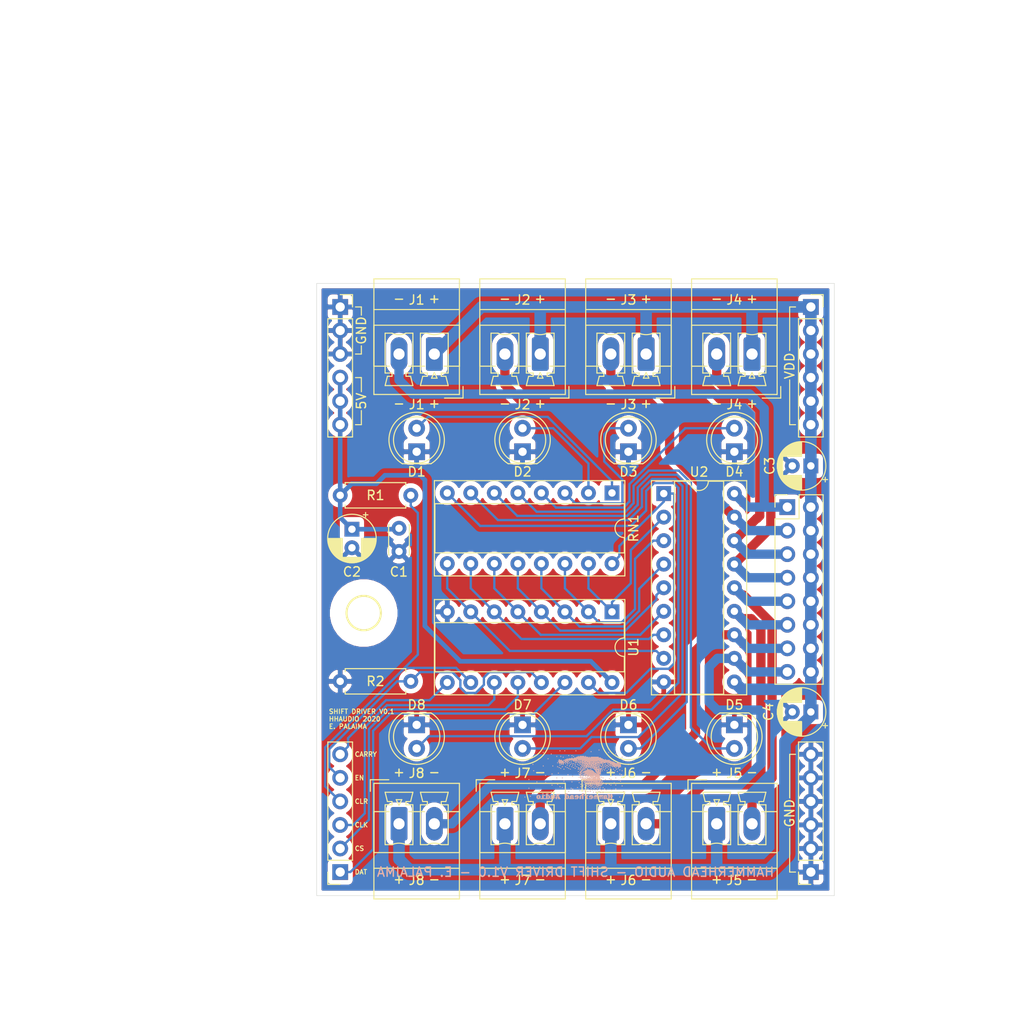
<source format=kicad_pcb>
(kicad_pcb (version 20171130) (host pcbnew "(5.1.2-1)-1")
  (layers (0 F.Cu signal) (31 B.Cu signal) (34 B.Paste user) (35 F.Paste user) (36 B.SilkS user) (37 F.SilkS user) (38 B.Mask user) (39 F.Mask user) (44 Edge.Cuts user))
  (net 0 "")
  (net 1 GND)
  (net 2 "Net-(D1-Pad2)")
  (net 3 "Net-(D2-Pad2)")
  (net 4 "Net-(D3-Pad2)")
  (net 5 "Net-(D4-Pad2)")
  (net 6 "Net-(D5-Pad2)")
  (net 7 "Net-(D6-Pad2)")
  (net 8 "Net-(D7-Pad2)")
  (net 9 "Net-(D8-Pad2)")
  (net 10 VDD)
  (net 11 +5V)
  (net 12 CLEAR)
  (net 13 ENABLE)
  (net 14 QH)
  (net 15 QG)
  (net 16 QF)
  (net 17 QE)
  (net 18 QD)
  (net 19 QC)
  (net 20 QB)
  (net 21 QA)
  (net 22 CARRY_OUT)
  (net 23 S_CLK)
  (net 24 CS)
  (net 25 S_DAT)
  (net 26 O1)
  (net 27 O2)
  (net 28 O3)
  (net 29 O4)
  (net 30 O5)
  (net 31 O6)
  (net 32 O7)
  (net 33 O8)
  (module HammerheadAudio:HHLOGO_11mm (layer B.Cu) (at 30.734 68.072 180)
    (fp_text reference HHLogo_11.5mm hide)
    (fp_text value Val** hide)
  )
  (module Connector_PinSocket_2.54mm:PinSocket_1x06_P2.54mm_Vertical (layer F.Cu) (at 50.8 81.28 180)
    (fp_text reference J12 hide)
    (fp_text value Conn_01x08_Male)
    (pad 6 thru_hole oval (at 0 12.7 180) (size 1.7 1.7) (drill 1) (layers *.Cu *.Mask) (net 1 GND))
    (pad 5 thru_hole oval (at 0 10.16 180) (size 1.7 1.7) (drill 1) (layers *.Cu *.Mask) (net 1 GND))
    (pad 4 thru_hole oval (at 0 7.62 180) (size 1.7 1.7) (drill 1) (layers *.Cu *.Mask) (net 1 GND))
    (pad 3 thru_hole oval (at 0 5.08 180) (size 1.7 1.7) (drill 1) (layers *.Cu *.Mask) (net 1 GND))
    (pad 2 thru_hole oval (at 0 2.54 180) (size 1.7 1.7) (drill 1) (layers *.Cu *.Mask) (net 1 GND))
    (pad 1 thru_hole rect (at 0 0 180) (size 1.7 1.7) (drill 1) (layers *.Cu *.Mask) (net 1 GND))
  )
  (module Connector_PinSocket_2.54mm:PinSocket_1x06_P2.54mm_Vertical (layer F.Cu) (at 0 81.28 180)
    (fp_text reference J10 hide)
    (fp_text value Conn_01x08_Male)
    (pad 6 thru_hole oval (at 0 12.7 180) (size 1.7 1.7) (drill 1) (layers *.Cu *.Mask) (net 22 CARRY_OUT))
    (pad 5 thru_hole oval (at 0 10.16 180) (size 1.7 1.7) (drill 1) (layers *.Cu *.Mask) (net 13 ENABLE))
    (pad 4 thru_hole oval (at 0 7.62 180) (size 1.7 1.7) (drill 1) (layers *.Cu *.Mask) (net 12 CLEAR))
    (pad 3 thru_hole oval (at 0 5.08 180) (size 1.7 1.7) (drill 1) (layers *.Cu *.Mask) (net 23 S_CLK))
    (pad 2 thru_hole oval (at 0 2.54 180) (size 1.7 1.7) (drill 1) (layers *.Cu *.Mask) (net 24 CS))
    (pad 1 thru_hole rect (at 0 0 180) (size 1.7 1.7) (drill 1) (layers *.Cu *.Mask) (net 25 S_DAT))
  )
  (module Connector_PinSocket_2.54mm:PinSocket_1x06_P2.54mm_Vertical (layer F.Cu) (at 0 20.32)
    (fp_text reference J13 hide)
    (fp_text value Conn_01x08_Male)
    (pad 6 thru_hole oval (at 0 12.7) (size 1.7 1.7) (drill 1) (layers *.Cu *.Mask) (net 11 +5V))
    (pad 5 thru_hole oval (at 0 10.16) (size 1.7 1.7) (drill 1) (layers *.Cu *.Mask) (net 11 +5V))
    (pad 4 thru_hole oval (at 0 7.62) (size 1.7 1.7) (drill 1) (layers *.Cu *.Mask) (net 11 +5V))
    (pad 3 thru_hole oval (at 0 5.08) (size 1.7 1.7) (drill 1) (layers *.Cu *.Mask) (net 1 GND))
    (pad 2 thru_hole oval (at 0 2.54) (size 1.7 1.7) (drill 1) (layers *.Cu *.Mask) (net 1 GND))
    (pad 1 thru_hole rect (at 0 0) (size 1.7 1.7) (drill 1) (layers *.Cu *.Mask) (net 1 GND))
  )
  (module Connector_PinSocket_2.54mm:PinSocket_1x06_P2.54mm_Vertical (layer F.Cu) (at 50.8 20.32)
    (fp_text reference J11 hide)
    (fp_text value Conn_01x08_Male)
    (pad 6 thru_hole oval (at 0 12.7) (size 1.7 1.7) (drill 1) (layers *.Cu *.Mask) (net 10 VDD))
    (pad 5 thru_hole oval (at 0 10.16) (size 1.7 1.7) (drill 1) (layers *.Cu *.Mask) (net 10 VDD))
    (pad 4 thru_hole oval (at 0 7.62) (size 1.7 1.7) (drill 1) (layers *.Cu *.Mask) (net 10 VDD))
    (pad 3 thru_hole oval (at 0 5.08) (size 1.7 1.7) (drill 1) (layers *.Cu *.Mask) (net 10 VDD))
    (pad 2 thru_hole oval (at 0 2.54) (size 1.7 1.7) (drill 1) (layers *.Cu *.Mask) (net 10 VDD))
    (pad 1 thru_hole rect (at 0 0) (size 1.7 1.7) (drill 1) (layers *.Cu *.Mask) (net 10 VDD))
  )
  (module HammerheadAudio:M3_MOUNT (layer F.Cu) (at 2.54 53.34)
    (fp_text reference H3 hide)
    (fp_text value M3/#4-40 hide)
    (pad "" np_thru_hole circle (at 0 0) (size 3.302 3.302) (drill 3.302) (layers *.Cu *.Mask) (clearance 2))
  )
  (module LED_THT:LED_D5.0mm (layer F.Cu) (at 8.255 35.941 90)
    (fp_text reference D1 (at -2.159 0 180) (layer F.SilkS))
    (fp_text value LED)
    (pad 2 thru_hole circle (at 2.54 0 90) (size 1.8 1.8) (drill 0.9) (layers *.Cu *.Mask) (net 2 "Net-(D1-Pad2)"))
    (pad 1 thru_hole rect (at 0 0 90) (size 1.8 1.8) (drill 0.9) (layers *.Cu *.Mask) (net 1 GND))
  )
  (module LED_THT:LED_D5.0mm (layer F.Cu) (at 19.685 35.941 90)
    (fp_text reference D2 (at -2.159 0 180) (layer F.SilkS))
    (fp_text value LED)
    (pad 1 thru_hole rect (at 0 0 90) (size 1.8 1.8) (drill 0.9) (layers *.Cu *.Mask) (net 1 GND))
    (pad 2 thru_hole circle (at 2.54 0 90) (size 1.8 1.8) (drill 0.9) (layers *.Cu *.Mask) (net 3 "Net-(D2-Pad2)"))
  )
  (module LED_THT:LED_D5.0mm (layer F.Cu) (at 31.115 35.941 90)
    (fp_text reference D3 (at -2.159 0 180) (layer F.SilkS))
    (fp_text value LED)
    (pad 2 thru_hole circle (at 2.54 0 90) (size 1.8 1.8) (drill 0.9) (layers *.Cu *.Mask) (net 4 "Net-(D3-Pad2)"))
    (pad 1 thru_hole rect (at 0 0 90) (size 1.8 1.8) (drill 0.9) (layers *.Cu *.Mask) (net 1 GND))
  )
  (module LED_THT:LED_D5.0mm (layer F.Cu) (at 42.545 35.941 90)
    (fp_text reference D4 (at -2.159 0 180) (layer F.SilkS))
    (fp_text value LED)
    (pad 1 thru_hole rect (at 0 0 90) (size 1.8 1.8) (drill 0.9) (layers *.Cu *.Mask) (net 1 GND))
    (pad 2 thru_hole circle (at 2.54 0 90) (size 1.8 1.8) (drill 0.9) (layers *.Cu *.Mask) (net 5 "Net-(D4-Pad2)"))
  )
  (module LED_THT:LED_D5.0mm (layer F.Cu) (at 42.545 65.405 270)
    (fp_text reference D5 (at -2.159 0 180) (layer F.SilkS))
    (fp_text value LED)
    (pad 1 thru_hole rect (at 0 0 270) (size 1.8 1.8) (drill 0.9) (layers *.Cu *.Mask) (net 1 GND))
    (pad 2 thru_hole circle (at 2.54 0 270) (size 1.8 1.8) (drill 0.9) (layers *.Cu *.Mask) (net 6 "Net-(D5-Pad2)"))
  )
  (module LED_THT:LED_D5.0mm (layer F.Cu) (at 31.115 65.405 270)
    (fp_text reference D6 (at -2.159 0 180) (layer F.SilkS))
    (fp_text value LED)
    (pad 2 thru_hole circle (at 2.54 0 270) (size 1.8 1.8) (drill 0.9) (layers *.Cu *.Mask) (net 7 "Net-(D6-Pad2)"))
    (pad 1 thru_hole rect (at 0 0 270) (size 1.8 1.8) (drill 0.9) (layers *.Cu *.Mask) (net 1 GND))
  )
  (module LED_THT:LED_D5.0mm (layer F.Cu) (at 19.685 65.405 270)
    (fp_text reference D7 (at -2.159 0 180) (layer F.SilkS))
    (fp_text value LED)
    (pad 1 thru_hole rect (at 0 0 270) (size 1.8 1.8) (drill 0.9) (layers *.Cu *.Mask) (net 1 GND))
    (pad 2 thru_hole circle (at 2.54 0 270) (size 1.8 1.8) (drill 0.9) (layers *.Cu *.Mask) (net 8 "Net-(D7-Pad2)"))
  )
  (module LED_THT:LED_D5.0mm (layer F.Cu) (at 8.255 65.405 270)
    (fp_text reference D8 (at -2.159 0 180) (layer F.SilkS))
    (fp_text value LED)
    (pad 2 thru_hole circle (at 2.54 0 270) (size 1.8 1.8) (drill 0.9) (layers *.Cu *.Mask) (net 9 "Net-(D8-Pad2)"))
    (pad 1 thru_hole rect (at 0 0 270) (size 1.8 1.8) (drill 0.9) (layers *.Cu *.Mask) (net 1 GND))
  )
  (module HammerheadAudio:Phoenix_Stacked (layer F.Cu) (at 10.16 25.4 180)
    (fp_text reference J1 (at 1.9 -5.45) (layer F.SilkS))
    (fp_text value CONN)
    (pad 1 thru_hole roundrect (at 0 0 180) (size 1.8 3.6) (drill 1.2) (layers *.Cu *.Mask) (roundrect_rratio 0.138889) (net 10 VDD))
    (pad 2 thru_hole oval (at 3.81 0 180) (size 1.8 3.6) (drill 1.2) (layers *.Cu *.Mask) (net 26 O1))
    (pad 2 thru_hole oval (at 3.81 0 180) (size 1.8 3.6) (drill 1.2) (layers *.Cu *.Mask) (net 26 O1))
    (pad 1 thru_hole roundrect (at 0 0 180) (size 1.8 3.6) (drill 1.2) (layers *.Cu *.Mask) (roundrect_rratio 0.138889) (net 10 VDD))
  )
  (module HammerheadAudio:Phoenix_Stacked (layer F.Cu) (at 21.59 25.4 180)
    (fp_text reference J2 (at 1.9 -5.45) (layer F.SilkS))
    (fp_text value CONN)
    (pad 1 thru_hole roundrect (at 0 0 180) (size 1.8 3.6) (drill 1.2) (layers *.Cu *.Mask) (roundrect_rratio 0.138889) (net 10 VDD))
    (pad 2 thru_hole oval (at 3.81 0 180) (size 1.8 3.6) (drill 1.2) (layers *.Cu *.Mask) (net 27 O2))
    (pad 2 thru_hole oval (at 3.81 0 180) (size 1.8 3.6) (drill 1.2) (layers *.Cu *.Mask) (net 27 O2))
    (pad 1 thru_hole roundrect (at 0 0 180) (size 1.8 3.6) (drill 1.2) (layers *.Cu *.Mask) (roundrect_rratio 0.138889) (net 10 VDD))
  )
  (module HammerheadAudio:Phoenix_Stacked (layer F.Cu) (at 33.02 25.4 180)
    (fp_text reference J3 (at 1.9 -5.45) (layer F.SilkS))
    (fp_text value CONN)
    (pad 1 thru_hole roundrect (at 0 0 180) (size 1.8 3.6) (drill 1.2) (layers *.Cu *.Mask) (roundrect_rratio 0.138889) (net 10 VDD))
    (pad 2 thru_hole oval (at 3.81 0 180) (size 1.8 3.6) (drill 1.2) (layers *.Cu *.Mask) (net 28 O3))
    (pad 2 thru_hole oval (at 3.81 0 180) (size 1.8 3.6) (drill 1.2) (layers *.Cu *.Mask) (net 28 O3))
    (pad 1 thru_hole roundrect (at 0 0 180) (size 1.8 3.6) (drill 1.2) (layers *.Cu *.Mask) (roundrect_rratio 0.138889) (net 10 VDD))
  )
  (module HammerheadAudio:Phoenix_Stacked (layer F.Cu) (at 44.45 25.4 180)
    (fp_text reference J4 (at 1.9 -5.45) (layer F.SilkS))
    (fp_text value CONN)
    (pad 1 thru_hole roundrect (at 0 0 180) (size 1.8 3.6) (drill 1.2) (layers *.Cu *.Mask) (roundrect_rratio 0.138889) (net 10 VDD))
    (pad 2 thru_hole oval (at 3.81 0 180) (size 1.8 3.6) (drill 1.2) (layers *.Cu *.Mask) (net 29 O4))
    (pad 2 thru_hole oval (at 3.81 0 180) (size 1.8 3.6) (drill 1.2) (layers *.Cu *.Mask) (net 29 O4))
    (pad 1 thru_hole roundrect (at 0 0 180) (size 1.8 3.6) (drill 1.2) (layers *.Cu *.Mask) (roundrect_rratio 0.138889) (net 10 VDD))
  )
  (module HammerheadAudio:Phoenix_Stacked (layer F.Cu) (at 40.64 76.073)
    (fp_text reference J5 (at 1.9 -5.45) (layer F.SilkS))
    (fp_text value CONN)
    (pad 1 thru_hole roundrect (at 0 0) (size 1.8 3.6) (drill 1.2) (layers *.Cu *.Mask) (roundrect_rratio 0.138889) (net 10 VDD))
    (pad 2 thru_hole oval (at 3.81 0) (size 1.8 3.6) (drill 1.2) (layers *.Cu *.Mask) (net 30 O5))
    (pad 2 thru_hole oval (at 3.81 0) (size 1.8 3.6) (drill 1.2) (layers *.Cu *.Mask) (net 30 O5))
    (pad 1 thru_hole roundrect (at 0 0) (size 1.8 3.6) (drill 1.2) (layers *.Cu *.Mask) (roundrect_rratio 0.138889) (net 10 VDD))
  )
  (module HammerheadAudio:Phoenix_Stacked (layer F.Cu) (at 29.21 76.073)
    (fp_text reference J6 (at 1.9 -5.45) (layer F.SilkS))
    (fp_text value CONN)
    (pad 1 thru_hole roundrect (at 0 0) (size 1.8 3.6) (drill 1.2) (layers *.Cu *.Mask) (roundrect_rratio 0.138889) (net 10 VDD))
    (pad 2 thru_hole oval (at 3.81 0) (size 1.8 3.6) (drill 1.2) (layers *.Cu *.Mask) (net 31 O6))
    (pad 2 thru_hole oval (at 3.81 0) (size 1.8 3.6) (drill 1.2) (layers *.Cu *.Mask) (net 31 O6))
    (pad 1 thru_hole roundrect (at 0 0) (size 1.8 3.6) (drill 1.2) (layers *.Cu *.Mask) (roundrect_rratio 0.138889) (net 10 VDD))
  )
  (module HammerheadAudio:Phoenix_Stacked (layer F.Cu) (at 17.78 76.073)
    (fp_text reference J7 (at 1.9 -5.45) (layer F.SilkS))
    (fp_text value CONN)
    (pad 1 thru_hole roundrect (at 0 0) (size 1.8 3.6) (drill 1.2) (layers *.Cu *.Mask) (roundrect_rratio 0.138889) (net 10 VDD))
    (pad 2 thru_hole oval (at 3.81 0) (size 1.8 3.6) (drill 1.2) (layers *.Cu *.Mask) (net 32 O7))
    (pad 2 thru_hole oval (at 3.81 0) (size 1.8 3.6) (drill 1.2) (layers *.Cu *.Mask) (net 32 O7))
    (pad 1 thru_hole roundrect (at 0 0) (size 1.8 3.6) (drill 1.2) (layers *.Cu *.Mask) (roundrect_rratio 0.138889) (net 10 VDD))
  )
  (module HammerheadAudio:Phoenix_Stacked (layer F.Cu) (at 6.35 76.073)
    (fp_text reference J8 (at 1.9 -5.45) (layer F.SilkS))
    (fp_text value CONN)
    (pad 1 thru_hole roundrect (at 0 0) (size 1.8 3.6) (drill 1.2) (layers *.Cu *.Mask) (roundrect_rratio 0.138889) (net 10 VDD))
    (pad 2 thru_hole oval (at 3.81 0) (size 1.8 3.6) (drill 1.2) (layers *.Cu *.Mask) (net 33 O8))
    (pad 2 thru_hole oval (at 3.81 0) (size 1.8 3.6) (drill 1.2) (layers *.Cu *.Mask) (net 33 O8))
    (pad 1 thru_hole roundrect (at 0 0) (size 1.8 3.6) (drill 1.2) (layers *.Cu *.Mask) (roundrect_rratio 0.138889) (net 10 VDD))
  )
  (module HammerheadAudio:R_THT_P7.62 (layer F.Cu) (at 0 40.64)
    (fp_text reference R1 (at 3.81 0) (layer F.SilkS))
    (fp_text value 100k)
    (pad 1 thru_hole circle (at 0 0) (size 1.6 1.6) (drill 0.8) (layers *.Cu *.Mask) (net 11 +5V))
    (pad 2 thru_hole oval (at 7.62 0) (size 1.6 1.6) (drill 0.8) (layers *.Cu *.Mask) (net 12 CLEAR))
  )
  (module HammerheadAudio:R_THT_P7.62 (layer F.Cu) (at 7.62 60.706 180)
    (fp_text reference R2 (at 3.81 0) (layer F.SilkS))
    (fp_text value 100k)
    (pad 2 thru_hole oval (at 7.62 0 180) (size 1.6 1.6) (drill 0.8) (layers *.Cu *.Mask) (net 1 GND))
    (pad 1 thru_hole circle (at 0 0 180) (size 1.6 1.6) (drill 0.8) (layers *.Cu *.Mask) (net 13 ENABLE))
  )
  (module Package_DIP:DIP-16_W7.62mm_Socket (layer F.Cu) (at 29.337 40.386 270)
    (fp_text reference RN1 (at 3.81 -2.33 90) (layer F.SilkS))
    (fp_text value R_Pack08)
    (pad 1 thru_hole rect (at 0 0 270) (size 1.6 1.6) (drill 0.8) (layers *.Cu *.Mask) (net 2 "Net-(D1-Pad2)"))
    (pad 9 thru_hole oval (at 7.62 17.78 270) (size 1.6 1.6) (drill 0.8) (layers *.Cu *.Mask) (net 14 QH))
    (pad 2 thru_hole oval (at 0 2.54 270) (size 1.6 1.6) (drill 0.8) (layers *.Cu *.Mask) (net 3 "Net-(D2-Pad2)"))
    (pad 10 thru_hole oval (at 7.62 15.24 270) (size 1.6 1.6) (drill 0.8) (layers *.Cu *.Mask) (net 15 QG))
    (pad 3 thru_hole oval (at 0 5.08 270) (size 1.6 1.6) (drill 0.8) (layers *.Cu *.Mask) (net 4 "Net-(D3-Pad2)"))
    (pad 11 thru_hole oval (at 7.62 12.7 270) (size 1.6 1.6) (drill 0.8) (layers *.Cu *.Mask) (net 16 QF))
    (pad 4 thru_hole oval (at 0 7.62 270) (size 1.6 1.6) (drill 0.8) (layers *.Cu *.Mask) (net 5 "Net-(D4-Pad2)"))
    (pad 12 thru_hole oval (at 7.62 10.16 270) (size 1.6 1.6) (drill 0.8) (layers *.Cu *.Mask) (net 17 QE))
    (pad 5 thru_hole oval (at 0 10.16 270) (size 1.6 1.6) (drill 0.8) (layers *.Cu *.Mask) (net 6 "Net-(D5-Pad2)"))
    (pad 13 thru_hole oval (at 7.62 7.62 270) (size 1.6 1.6) (drill 0.8) (layers *.Cu *.Mask) (net 18 QD))
    (pad 6 thru_hole oval (at 0 12.7 270) (size 1.6 1.6) (drill 0.8) (layers *.Cu *.Mask) (net 7 "Net-(D6-Pad2)"))
    (pad 14 thru_hole oval (at 7.62 5.08 270) (size 1.6 1.6) (drill 0.8) (layers *.Cu *.Mask) (net 19 QC))
    (pad 7 thru_hole oval (at 0 15.24 270) (size 1.6 1.6) (drill 0.8) (layers *.Cu *.Mask) (net 8 "Net-(D7-Pad2)"))
    (pad 15 thru_hole oval (at 7.62 2.54 270) (size 1.6 1.6) (drill 0.8) (layers *.Cu *.Mask) (net 20 QB))
    (pad 8 thru_hole oval (at 0 17.78 270) (size 1.6 1.6) (drill 0.8) (layers *.Cu *.Mask) (net 9 "Net-(D8-Pad2)"))
    (pad 16 thru_hole oval (at 7.62 0 270) (size 1.6 1.6) (drill 0.8) (layers *.Cu *.Mask) (net 21 QA))
  )
  (module Package_DIP:DIP-16_W7.62mm_Socket (layer F.Cu) (at 29.337 53.213 270)
    (fp_text reference U1 (at 3.81 -2.33 90) (layer F.SilkS))
    (fp_text value 74HC595)
    (pad 16 thru_hole oval (at 7.62 0 270) (size 1.6 1.6) (drill 0.8) (layers *.Cu *.Mask) (net 11 +5V))
    (pad 8 thru_hole oval (at 0 17.78 270) (size 1.6 1.6) (drill 0.8) (layers *.Cu *.Mask) (net 1 GND))
    (pad 15 thru_hole oval (at 7.62 2.54 270) (size 1.6 1.6) (drill 0.8) (layers *.Cu *.Mask) (net 21 QA))
    (pad 7 thru_hole oval (at 0 15.24 270) (size 1.6 1.6) (drill 0.8) (layers *.Cu *.Mask) (net 14 QH))
    (pad 14 thru_hole oval (at 7.62 5.08 270) (size 1.6 1.6) (drill 0.8) (layers *.Cu *.Mask) (net 25 S_DAT))
    (pad 6 thru_hole oval (at 0 12.7 270) (size 1.6 1.6) (drill 0.8) (layers *.Cu *.Mask) (net 15 QG))
    (pad 13 thru_hole oval (at 7.62 7.62 270) (size 1.6 1.6) (drill 0.8) (layers *.Cu *.Mask) (net 13 ENABLE))
    (pad 5 thru_hole oval (at 0 10.16 270) (size 1.6 1.6) (drill 0.8) (layers *.Cu *.Mask) (net 16 QF))
    (pad 12 thru_hole oval (at 7.62 10.16 270) (size 1.6 1.6) (drill 0.8) (layers *.Cu *.Mask) (net 24 CS))
    (pad 4 thru_hole oval (at 0 7.62 270) (size 1.6 1.6) (drill 0.8) (layers *.Cu *.Mask) (net 17 QE))
    (pad 11 thru_hole oval (at 7.62 12.7 270) (size 1.6 1.6) (drill 0.8) (layers *.Cu *.Mask) (net 23 S_CLK))
    (pad 3 thru_hole oval (at 0 5.08 270) (size 1.6 1.6) (drill 0.8) (layers *.Cu *.Mask) (net 18 QD))
    (pad 10 thru_hole oval (at 7.62 15.24 270) (size 1.6 1.6) (drill 0.8) (layers *.Cu *.Mask) (net 12 CLEAR))
    (pad 2 thru_hole oval (at 0 2.54 270) (size 1.6 1.6) (drill 0.8) (layers *.Cu *.Mask) (net 19 QC))
    (pad 9 thru_hole oval (at 7.62 17.78 270) (size 1.6 1.6) (drill 0.8) (layers *.Cu *.Mask) (net 22 CARRY_OUT))
    (pad 1 thru_hole rect (at 0 0 270) (size 1.6 1.6) (drill 0.8) (layers *.Cu *.Mask) (net 20 QB))
  )
  (module Package_DIP:DIP-18_W7.62mm_Socket (layer F.Cu) (at 34.925 40.4495)
    (fp_text reference U2 (at 3.81 -2.33) (layer F.SilkS))
    (fp_text value ULN2803A)
    (pad 1 thru_hole rect (at 0 0) (size 1.6 1.6) (drill 0.8) (layers *.Cu *.Mask) (net 21 QA))
    (pad 10 thru_hole oval (at 7.62 20.32) (size 1.6 1.6) (drill 0.8) (layers *.Cu *.Mask) (net 10 VDD))
    (pad 2 thru_hole oval (at 0 2.54) (size 1.6 1.6) (drill 0.8) (layers *.Cu *.Mask) (net 20 QB))
    (pad 11 thru_hole oval (at 7.62 17.78) (size 1.6 1.6) (drill 0.8) (layers *.Cu *.Mask) (net 33 O8))
    (pad 3 thru_hole oval (at 0 5.08) (size 1.6 1.6) (drill 0.8) (layers *.Cu *.Mask) (net 19 QC))
    (pad 12 thru_hole oval (at 7.62 15.24) (size 1.6 1.6) (drill 0.8) (layers *.Cu *.Mask) (net 32 O7))
    (pad 4 thru_hole oval (at 0 7.62) (size 1.6 1.6) (drill 0.8) (layers *.Cu *.Mask) (net 18 QD))
    (pad 13 thru_hole oval (at 7.62 12.7) (size 1.6 1.6) (drill 0.8) (layers *.Cu *.Mask) (net 31 O6))
    (pad 5 thru_hole oval (at 0 10.16) (size 1.6 1.6) (drill 0.8) (layers *.Cu *.Mask) (net 17 QE))
    (pad 14 thru_hole oval (at 7.62 10.16) (size 1.6 1.6) (drill 0.8) (layers *.Cu *.Mask) (net 30 O5))
    (pad 6 thru_hole oval (at 0 12.7) (size 1.6 1.6) (drill 0.8) (layers *.Cu *.Mask) (net 16 QF))
    (pad 15 thru_hole oval (at 7.62 7.62) (size 1.6 1.6) (drill 0.8) (layers *.Cu *.Mask) (net 29 O4))
    (pad 7 thru_hole oval (at 0 15.24) (size 1.6 1.6) (drill 0.8) (layers *.Cu *.Mask) (net 15 QG))
    (pad 16 thru_hole oval (at 7.62 5.08) (size 1.6 1.6) (drill 0.8) (layers *.Cu *.Mask) (net 28 O3))
    (pad 8 thru_hole oval (at 0 17.78) (size 1.6 1.6) (drill 0.8) (layers *.Cu *.Mask) (net 14 QH))
    (pad 17 thru_hole oval (at 7.62 2.54) (size 1.6 1.6) (drill 0.8) (layers *.Cu *.Mask) (net 27 O2))
    (pad 9 thru_hole oval (at 0 20.32) (size 1.6 1.6) (drill 0.8) (layers *.Cu *.Mask) (net 1 GND))
    (pad 18 thru_hole oval (at 7.62 0) (size 1.6 1.6) (drill 0.8) (layers *.Cu *.Mask) (net 26 O1))
  )
  (module Connector_PinHeader_2.54mm:PinHeader_2x08_P2.54mm_Vertical (layer F.Cu) (at 48.26 41.91)
    (fp_text reference J9 hide)
    (fp_text value Conn_01x16_Male)
    (pad 1 thru_hole rect (at 0 0) (size 1.7 1.7) (drill 1) (layers *.Cu *.Mask) (net 26 O1))
    (pad 2 thru_hole oval (at 2.54 0) (size 1.7 1.7) (drill 1) (layers *.Cu *.Mask) (net 10 VDD))
    (pad 3 thru_hole oval (at 0 2.54) (size 1.7 1.7) (drill 1) (layers *.Cu *.Mask) (net 27 O2))
    (pad 4 thru_hole oval (at 2.54 2.54) (size 1.7 1.7) (drill 1) (layers *.Cu *.Mask) (net 10 VDD))
    (pad 5 thru_hole oval (at 0 5.08) (size 1.7 1.7) (drill 1) (layers *.Cu *.Mask) (net 28 O3))
    (pad 6 thru_hole oval (at 2.54 5.08) (size 1.7 1.7) (drill 1) (layers *.Cu *.Mask) (net 10 VDD))
    (pad 7 thru_hole oval (at 0 7.62) (size 1.7 1.7) (drill 1) (layers *.Cu *.Mask) (net 29 O4))
    (pad 8 thru_hole oval (at 2.54 7.62) (size 1.7 1.7) (drill 1) (layers *.Cu *.Mask) (net 10 VDD))
    (pad 9 thru_hole oval (at 0 10.16) (size 1.7 1.7) (drill 1) (layers *.Cu *.Mask) (net 30 O5))
    (pad 10 thru_hole oval (at 2.54 10.16) (size 1.7 1.7) (drill 1) (layers *.Cu *.Mask) (net 10 VDD))
    (pad 11 thru_hole oval (at 0 12.7) (size 1.7 1.7) (drill 1) (layers *.Cu *.Mask) (net 31 O6))
    (pad 12 thru_hole oval (at 2.54 12.7) (size 1.7 1.7) (drill 1) (layers *.Cu *.Mask) (net 10 VDD))
    (pad 13 thru_hole oval (at 0 15.24) (size 1.7 1.7) (drill 1) (layers *.Cu *.Mask) (net 32 O7))
    (pad 14 thru_hole oval (at 2.54 15.24) (size 1.7 1.7) (drill 1) (layers *.Cu *.Mask) (net 10 VDD))
    (pad 15 thru_hole oval (at 0 17.78) (size 1.7 1.7) (drill 1) (layers *.Cu *.Mask) (net 33 O8))
    (pad 16 thru_hole oval (at 2.54 17.78) (size 1.7 1.7) (drill 1) (layers *.Cu *.Mask) (net 10 VDD))
  )
  (module Capacitor_THT:C_Disc_D3.0mm_W2.0mm_P2.50mm (layer F.Cu) (at 6.35 44.196 270)
    (fp_text reference C1 (at 4.699 0.02 180) (layer F.SilkS))
    (fp_text value 0.1uf)
    (pad 1 thru_hole circle (at 0 0 270) (size 1.6 1.6) (drill 0.8) (layers *.Cu *.Mask) (net 11 +5V))
    (pad 2 thru_hole circle (at 2.5 0 270) (size 1.6 1.6) (drill 0.8) (layers *.Cu *.Mask) (net 1 GND))
  )
  (module Capacitor_THT:CP_Radial_D5.0mm_P2.00mm (layer F.Cu) (at 1.27 44.29779 270)
    (fp_text reference C2 (at 4.59721 0 180) (layer F.SilkS))
    (fp_text value 10uf)
    (pad 1 thru_hole rect (at 0 0 270) (size 1.6 1.6) (drill 0.8) (layers *.Cu *.Mask) (net 11 +5V))
    (pad 2 thru_hole circle (at 2 0 270) (size 1.6 1.6) (drill 0.8) (layers *.Cu *.Mask) (net 1 GND))
  )
  (module Capacitor_THT:CP_Radial_D5.0mm_P2.00mm (layer F.Cu) (at 50.8 37.465 180)
    (fp_text reference C3 (at 4.445 0 90) (layer F.SilkS))
    (fp_text value 10uf)
    (pad 1 thru_hole rect (at 0 0 180) (size 1.6 1.6) (drill 0.8) (layers *.Cu *.Mask) (net 10 VDD))
    (pad 2 thru_hole circle (at 2 0 180) (size 1.6 1.6) (drill 0.8) (layers *.Cu *.Mask) (net 1 GND))
  )
  (module Capacitor_THT:CP_Radial_D5.0mm_P2.00mm (layer F.Cu) (at 50.8 64.008 180)
    (fp_text reference C4 (at 4.572 0 90) (layer F.SilkS))
    (fp_text value 10uf)
    (pad 2 thru_hole circle (at 2 0 180) (size 1.6 1.6) (drill 0.8) (layers *.Cu *.Mask) (net 1 GND))
    (pad 1 thru_hole rect (at 0 0 180) (size 1.6 1.6) (drill 0.8) (layers *.Cu *.Mask) (net 10 VDD))
  )
  (gr_text "HAMMERHEAD AUDIO - SHIFT DRIVER V1.0 - E. PALAIMA" (at 25.4 81.28) (layer B.SilkS) (effects (font (size 1 1)) (justify mirror)))
  (gr_text "SHIFT DRIVER V0.1\nHHAUDIO 2020\nE. PALAIMA\n" (at -1.27 64.77) (layer F.SilkS) (effects (font (size 0.5 0.5) (thickness 0.1)) (justify left)))
  (gr_line (start 48.514 73.279) (end 48.514 68.58) (layer F.SilkS) (width 0.12))
  (gr_line (start 48.514 76.581) (end 48.514 81.28) (layer F.SilkS) (width 0.12))
  (gr_line (start 48.514 68.58) (end 49.149 68.58) (layer F.SilkS) (width 0.12))
  (gr_line (start 48.514 81.28) (end 49.149 81.28) (layer F.SilkS) (width 0.12))
  (gr_line (start 48.514 33.02) (end 49.149 33.02) (layer F.SilkS) (width 0.12))
  (gr_line (start 48.514 28.194) (end 48.514 33.02) (layer F.SilkS) (width 0.12))
  (gr_line (start 48.514 20.32) (end 49.149 20.32) (layer F.SilkS) (width 0.12))
  (gr_line (start 48.514 25.019) (end 48.514 20.32) (layer F.SilkS) (width 0.12))
  (gr_line (start 2.286 20.32) (end 2.286 21.209) (layer F.SilkS) (width 0.12))
  (gr_line (start 1.651 20.32) (end 2.286 20.32) (layer F.SilkS) (width 0.12))
  (gr_line (start 2.286 25.4) (end 2.286 24.511) (layer F.SilkS) (width 0.12))
  (gr_line (start 1.651 25.4) (end 2.286 25.4) (layer F.SilkS) (width 0.12))
  (gr_line (start 2.286 27.94) (end 2.286 29.464) (layer F.SilkS) (width 0.12))
  (gr_line (start 2.159 27.94) (end 2.286 27.94) (layer F.SilkS) (width 0.12))
  (gr_line (start 1.651 27.94) (end 2.159 27.94) (layer F.SilkS) (width 0.12))
  (gr_line (start 2.286 33.02) (end 2.286 31.496) (layer F.SilkS) (width 0.12))
  (gr_line (start 1.651 33.02) (end 2.286 33.02) (layer F.SilkS) (width 0.12))
  (gr_text J4 (at 42.545 19.558) (layer F.SilkS) (effects (font (size 1 1))))
  (gr_text J3 (at 31.115 19.558) (layer F.SilkS) (effects (font (size 1 1))))
  (gr_text J2 (at 19.685 19.558) (layer F.SilkS) (effects (font (size 1 1))))
  (gr_text J1 (at 8.255 19.558) (layer F.SilkS) (effects (font (size 1 1))))
  (gr_text J5 (at 42.545 82.169) (layer F.SilkS) (effects (font (size 1 1))))
  (gr_text J6 (at 31.115 82.169) (layer F.SilkS) (effects (font (size 1 1))))
  (gr_text J7 (at 19.685 82.169) (layer F.SilkS) (effects (font (size 1 1))))
  (gr_text J8 (at 8.255 82.169) (layer F.SilkS) (effects (font (size 1 1))))
  (gr_text - (at 44.45 82.042) (layer F.SilkS) (effects (font (size 1 1))))
  (gr_text - (at 10.16 82.042) (layer F.SilkS) (effects (font (size 1 1))))
  (gr_text - (at 33.02 82.042) (layer F.SilkS) (effects (font (size 1 1))))
  (gr_text - (at 21.59 82.042) (layer F.SilkS) (effects (font (size 1 1))))
  (gr_text + (at 17.78 82.042) (layer F.SilkS) (effects (font (size 1 1))))
  (gr_text + (at 40.64 82.042) (layer F.SilkS) (effects (font (size 1 1))))
  (gr_text + (at 29.21 82.042) (layer F.SilkS) (effects (font (size 1 1))))
  (gr_text + (at 6.35 82.042) (layer F.SilkS) (effects (font (size 1 1))))
  (gr_text - (at 29.21 19.558 180) (layer F.SilkS) (effects (font (size 1 1))))
  (gr_text - (at 6.35 19.558 180) (layer F.SilkS) (effects (font (size 1 1))))
  (gr_text + (at 10.16 19.558 180) (layer F.SilkS) (effects (font (size 1 1))))
  (gr_text + (at 44.45 19.558 180) (layer F.SilkS) (effects (font (size 1 1))))
  (gr_text + (at 21.59 19.558 180) (layer F.SilkS) (effects (font (size 1 1))))
  (gr_text - (at 17.78 19.558 180) (layer F.SilkS) (effects (font (size 1 1))))
  (gr_text - (at 40.64 19.558 180) (layer F.SilkS) (effects (font (size 1 1))))
  (gr_text + (at 33.02 19.558 180) (layer F.SilkS) (effects (font (size 1 1))))
  (gr_line (start 53.34 17.78) (end -2.54 17.78) (layer Edge.Cuts) (width 0.05))
  (gr_line (start 53.34 83.82) (end 53.34 17.78) (layer Edge.Cuts) (width 0.05))
  (gr_line (start -2.54 83.82) (end 53.34 83.82) (layer Edge.Cuts) (width 0.05))
  (gr_line (start -2.54 17.78) (end -2.54 83.82) (layer Edge.Cuts) (width 0.05))
  (gr_text - (at 29.21 30.861 180) (layer F.SilkS) (effects (font (size 1 1))))
  (gr_text - (at 40.64 30.861 180) (layer F.SilkS) (effects (font (size 1 1))))
  (gr_text + (at 33.02 30.861 180) (layer F.SilkS) (effects (font (size 1 1))))
  (gr_text - (at 17.78 30.861 180) (layer F.SilkS) (effects (font (size 1 1))))
  (gr_text + (at 21.59 30.861 180) (layer F.SilkS) (effects (font (size 1 1))))
  (gr_text + (at 10.16 30.861 180) (layer F.SilkS) (effects (font (size 1 1))))
  (gr_text - (at 6.35 30.861 180) (layer F.SilkS) (effects (font (size 1 1))))
  (gr_text + (at 44.45 30.861 180) (layer F.SilkS) (effects (font (size 1 1))))
  (gr_text - (at 44.45 70.485) (layer F.SilkS) (effects (font (size 1 1))))
  (gr_text - (at 33.02 70.485) (layer F.SilkS) (effects (font (size 1 1))))
  (gr_text + (at 40.64 70.485) (layer F.SilkS) (effects (font (size 1 1))))
  (gr_text + (at 29.21 70.485) (layer F.SilkS) (effects (font (size 1 1))))
  (gr_text - (at 21.59 70.485) (layer F.SilkS) (effects (font (size 1 1))))
  (gr_text + (at 17.78 70.485) (layer F.SilkS) (effects (font (size 1 1))))
  (gr_text - (at 10.16 70.485) (layer F.SilkS) (effects (font (size 1 1))))
  (gr_text + (at 6.35 70.485) (layer F.SilkS) (effects (font (size 1 1))))
  (gr_text GND (at 2.286 22.86 90) (layer F.SilkS) (effects (font (size 1 1))))
  (gr_text 5V (at 2.286 30.48 90) (layer F.SilkS) (effects (font (size 1 1))))
  (gr_text VDD (at 48.514 26.67 90) (layer F.SilkS) (effects (font (size 1 1))))
  (gr_text GND (at 48.514 74.93 90) (layer F.SilkS) (effects (font (size 1 1))))
  (gr_text CARRY (at 1.524 68.58) (layer F.SilkS) (effects (font (size 0.5 0.5) (thickness 0.1)) (justify left)))
  (gr_text EN (at 1.524 71.12) (layer F.SilkS) (effects (font (size 0.5 0.5) (thickness 0.1)) (justify left)))
  (gr_text CLR (at 1.524 73.66) (layer F.SilkS) (effects (font (size 0.5 0.5) (thickness 0.1)) (justify left)))
  (gr_text CLK (at 1.524 76.2) (layer F.SilkS) (effects (font (size 0.5 0.5) (thickness 0.1)) (justify left)))
  (gr_text CS (at 1.524 78.74) (layer F.SilkS) (effects (font (size 0.5 0.5) (thickness 0.1)) (justify left)))
  (gr_text DAT (at 1.524 81.28) (layer F.SilkS) (effects (font (size 0.5 0.5) (thickness 0.1)) (justify left)))
  (segment (start 22.398409 32.175999) (end 9.480001 32.175999) (width 0.25) (layer B.Cu) (net 2))
  (segment (start 9.154999 32.501001) (end 8.255 33.401) (width 0.25) (layer B.Cu) (net 2))
  (segment (start 9.480001 32.175999) (end 9.154999 32.501001) (width 0.25) (layer B.Cu) (net 2))
  (segment (start 29.337 39.11459) (end 22.398409 32.175999) (width 0.25) (layer B.Cu) (net 2))
  (segment (start 29.337 40.386) (end 29.337 39.11459) (width 0.25) (layer B.Cu) (net 2))
  (segment (start 19.685 33.401) (end 22.987 33.401) (width 0.25) (layer B.Cu) (net 3))
  (segment (start 26.797 37.211) (end 26.797 40.386) (width 0.25) (layer B.Cu) (net 3))
  (segment (start 22.987 33.401) (end 26.797 37.211) (width 0.25) (layer B.Cu) (net 3))
  (segment (start 28.4988 36.9824) (end 28.4988 34.036) (width 0.25) (layer B.Cu) (net 4))
  (segment (start 29.1338 33.401) (end 31.115 33.401) (width 0.25) (layer B.Cu) (net 4))
  (segment (start 28.4988 34.036) (end 29.1338 33.401) (width 0.25) (layer B.Cu) (net 4))
  (segment (start 30.397001 41.511001) (end 30.462001 41.446001) (width 0.25) (layer B.Cu) (net 4))
  (segment (start 30.462001 41.446001) (end 30.462001 38.945601) (width 0.25) (layer B.Cu) (net 4))
  (segment (start 25.382001 41.511001) (end 30.397001 41.511001) (width 0.25) (layer B.Cu) (net 4))
  (segment (start 30.462001 38.945601) (end 28.4988 36.9824) (width 0.25) (layer B.Cu) (net 4))
  (segment (start 24.257 40.386) (end 25.382001 41.511001) (width 0.25) (layer B.Cu) (net 4))
  (segment (start 41.272208 33.401) (end 42.545 33.401) (width 0.25) (layer B.Cu) (net 5))
  (segment (start 37.24286 33.401) (end 41.272208 33.401) (width 0.25) (layer B.Cu) (net 5))
  (segment (start 31.219966 39.423894) (end 37.24286 33.401) (width 0.25) (layer B.Cu) (net 5))
  (segment (start 30.583402 41.96101) (end 30.912011 41.632401) (width 0.25) (layer B.Cu) (net 5))
  (segment (start 30.912011 41.632401) (end 30.912011 41.602169) (width 0.25) (layer B.Cu) (net 5))
  (segment (start 23.292011 41.961011) (end 30.583402 41.96101) (width 0.25) (layer B.Cu) (net 5))
  (segment (start 31.219963 41.294217) (end 31.219966 39.423894) (width 0.25) (layer B.Cu) (net 5))
  (segment (start 30.912011 41.602169) (end 31.219963 41.294217) (width 0.25) (layer B.Cu) (net 5))
  (segment (start 21.717 40.386) (end 23.292011 41.961011) (width 0.25) (layer B.Cu) (net 5))
  (segment (start 21.20202 42.41102) (end 19.177 40.386) (width 0.25) (layer B.Cu) (net 6))
  (segment (start 31.669972 41.480618) (end 31.362022 41.788568) (width 0.25) (layer B.Cu) (net 6))
  (segment (start 31.362021 41.818801) (end 30.769803 42.411019) (width 0.25) (layer B.Cu) (net 6))
  (segment (start 30.769803 42.411019) (end 21.20202 42.41102) (width 0.25) (layer B.Cu) (net 6))
  (segment (start 31.362022 41.788568) (end 31.362021 41.818801) (width 0.25) (layer B.Cu) (net 6))
  (segment (start 31.669974 39.610295) (end 31.669972 41.480618) (width 0.25) (layer B.Cu) (net 6))
  (segment (start 33.305801 37.974471) (end 31.669974 39.610295) (width 0.25) (layer B.Cu) (net 6))
  (segment (start 37.850041 65.680359) (end 37.850041 39.280309) (width 0.25) (layer B.Cu) (net 6))
  (segment (start 36.544204 37.974472) (end 33.305801 37.974471) (width 0.25) (layer B.Cu) (net 6))
  (segment (start 37.850041 39.280309) (end 36.544204 37.974472) (width 0.25) (layer B.Cu) (net 6))
  (segment (start 40.114682 67.945) (end 37.850041 65.680359) (width 0.25) (layer B.Cu) (net 6))
  (segment (start 42.545 67.945) (end 40.114682 67.945) (width 0.25) (layer B.Cu) (net 6))
  (segment (start 19.112029 42.861029) (end 30.956204 42.861028) (width 0.25) (layer B.Cu) (net 7))
  (segment (start 30.956204 42.861028) (end 31.812031 42.005201) (width 0.25) (layer B.Cu) (net 7))
  (segment (start 16.637 40.386) (end 19.112029 42.861029) (width 0.25) (layer B.Cu) (net 7))
  (segment (start 31.812031 41.974969) (end 32.119981 41.667019) (width 0.25) (layer B.Cu) (net 7))
  (segment (start 31.812031 42.005201) (end 31.812031 41.974969) (width 0.25) (layer B.Cu) (net 7))
  (segment (start 36.357803 38.424481) (end 37.400031 39.466709) (width 0.25) (layer B.Cu) (net 7))
  (segment (start 33.4922 38.42448) (end 36.357803 38.424481) (width 0.25) (layer B.Cu) (net 7))
  (segment (start 32.119982 39.796696) (end 33.4922 38.42448) (width 0.25) (layer B.Cu) (net 7))
  (segment (start 32.119981 41.667019) (end 32.119982 39.796696) (width 0.25) (layer B.Cu) (net 7))
  (segment (start 32.387792 67.945) (end 31.115 67.945) (width 0.25) (layer B.Cu) (net 7))
  (segment (start 37.400031 62.932761) (end 32.387792 67.945) (width 0.25) (layer B.Cu) (net 7))
  (segment (start 37.400031 39.466709) (end 37.400031 62.932761) (width 0.25) (layer B.Cu) (net 7))
  (segment (start 20.957792 67.945) (end 19.685 67.945) (width 0.25) (layer B.Cu) (net 8))
  (segment (start 31.142605 43.311037) (end 32.56999 41.883652) (width 0.25) (layer B.Cu) (net 8))
  (segment (start 27.134411 66.719999) (end 25.90941 67.945) (width 0.25) (layer B.Cu) (net 8))
  (segment (start 36.950021 61.954981) (end 32.185003 66.719999) (width 0.25) (layer B.Cu) (net 8))
  (segment (start 33.678599 38.874489) (end 36.171402 38.87449) (width 0.25) (layer B.Cu) (net 8))
  (segment (start 36.950021 39.653109) (end 36.950021 61.954981) (width 0.25) (layer B.Cu) (net 8))
  (segment (start 32.56999 41.883652) (end 32.569991 39.983097) (width 0.25) (layer B.Cu) (net 8))
  (segment (start 36.171402 38.87449) (end 36.950021 39.653109) (width 0.25) (layer B.Cu) (net 8))
  (segment (start 25.90941 67.945) (end 20.957792 67.945) (width 0.25) (layer B.Cu) (net 8))
  (segment (start 32.569991 39.983097) (end 33.678599 38.874489) (width 0.25) (layer B.Cu) (net 8))
  (segment (start 17.022037 43.311037) (end 31.142605 43.311037) (width 0.25) (layer B.Cu) (net 8))
  (segment (start 32.185003 66.719999) (end 27.134411 66.719999) (width 0.25) (layer B.Cu) (net 8))
  (segment (start 14.097 40.386) (end 17.022037 43.311037) (width 0.25) (layer B.Cu) (net 8))
  (segment (start 11.557 40.386) (end 15.113 43.942) (width 0.25) (layer B.Cu) (net 9))
  (segment (start 15.113 43.942) (end 31.369 43.942) (width 0.25) (layer B.Cu) (net 9))
  (segment (start 31.369 43.942) (end 33.02 42.291) (width 0.25) (layer B.Cu) (net 9))
  (segment (start 36.500011 60.859491) (end 33.601461 63.758041) (width 0.25) (layer B.Cu) (net 9))
  (segment (start 36.500011 39.839509) (end 36.500011 60.859491) (width 0.25) (layer B.Cu) (net 9))
  (segment (start 33.864999 39.324499) (end 35.985001 39.324499) (width 0.25) (layer B.Cu) (net 9))
  (segment (start 33.02 40.169498) (end 33.864999 39.324499) (width 0.25) (layer B.Cu) (net 9))
  (segment (start 35.985001 39.324499) (end 36.500011 39.839509) (width 0.25) (layer B.Cu) (net 9))
  (segment (start 33.02 42.291) (end 33.02 40.169498) (width 0.25) (layer B.Cu) (net 9))
  (segment (start 9.569999 66.630001) (end 26.587999 66.630001) (width 0.25) (layer B.Cu) (net 9))
  (segment (start 8.255 67.945) (end 9.569999 66.630001) (width 0.25) (layer B.Cu) (net 9))
  (segment (start 29.459959 63.758041) (end 33.601461 63.758041) (width 0.25) (layer B.Cu) (net 9))
  (segment (start 26.587999 66.630001) (end 29.459959 63.758041) (width 0.25) (layer B.Cu) (net 9))
  (segment (start 10.16 25.4) (end 15.24 20.32) (width 1.25) (layer B.Cu) (net 10))
  (segment (start 21.59 20.574) (end 21.844 20.32) (width 1.25) (layer B.Cu) (net 10))
  (segment (start 21.59 25.4) (end 21.59 20.574) (width 1.25) (layer B.Cu) (net 10))
  (segment (start 15.24 20.32) (end 21.844 20.32) (width 1.25) (layer B.Cu) (net 10))
  (segment (start 33.02 20.701) (end 32.639 20.32) (width 1.25) (layer B.Cu) (net 10))
  (segment (start 33.02 25.4) (end 33.02 20.701) (width 1.25) (layer B.Cu) (net 10))
  (segment (start 21.844 20.32) (end 32.639 20.32) (width 1.25) (layer B.Cu) (net 10))
  (segment (start 44.45 20.701) (end 44.069 20.32) (width 1.25) (layer B.Cu) (net 10))
  (segment (start 44.45 25.4) (end 44.45 20.701) (width 1.25) (layer B.Cu) (net 10))
  (segment (start 44.069 20.32) (end 50.8 20.32) (width 1.25) (layer B.Cu) (net 10))
  (segment (start 32.639 20.32) (end 44.069 20.32) (width 1.25) (layer B.Cu) (net 10))
  (segment (start 50.8 20.32) (end 50.8 37.465) (width 1.25) (layer B.Cu) (net 10))
  (segment (start 50.8 64.413002) (end 48.006 67.207002) (width 1.25) (layer B.Cu) (net 10))
  (segment (start 50.8 64.008) (end 50.8 64.413002) (width 1.25) (layer B.Cu) (net 10))
  (segment (start 48.006 67.207002) (end 48.006 79.248) (width 1.25) (layer B.Cu) (net 10))
  (segment (start 48.006 79.248) (end 46.228 81.026) (width 1.25) (layer B.Cu) (net 10))
  (segment (start 6.35 79.883) (end 7.493 81.026) (width 1.25) (layer B.Cu) (net 10))
  (segment (start 6.35 76.073) (end 6.35 79.883) (width 1.25) (layer B.Cu) (net 10))
  (segment (start 17.78 80.645) (end 17.399 81.026) (width 1.25) (layer B.Cu) (net 10))
  (segment (start 17.78 76.073) (end 17.78 80.645) (width 1.25) (layer B.Cu) (net 10))
  (segment (start 17.399 81.026) (end 7.493 81.026) (width 1.25) (layer B.Cu) (net 10))
  (segment (start 29.21 76.073) (end 29.21 81.026) (width 1.25) (layer B.Cu) (net 10))
  (segment (start 29.21 81.026) (end 17.399 81.026) (width 1.25) (layer B.Cu) (net 10))
  (segment (start 40.64 80.9625) (end 40.7035 81.026) (width 1.25) (layer B.Cu) (net 10))
  (segment (start 40.7035 81.026) (end 29.21 81.026) (width 1.25) (layer B.Cu) (net 10))
  (segment (start 40.64 76.073) (end 40.64 80.9625) (width 1.25) (layer B.Cu) (net 10))
  (segment (start 46.228 81.026) (end 40.7035 81.026) (width 1.25) (layer B.Cu) (net 10))
  (segment (start 43.344999 61.569499) (end 50.799899 61.569499) (width 1.25) (layer B.Cu) (net 10))
  (segment (start 50.799899 61.569499) (end 50.8 61.5696) (width 1.25) (layer B.Cu) (net 10))
  (segment (start 42.545 60.7695) (end 43.344999 61.569499) (width 1.25) (layer B.Cu) (net 10))
  (segment (start 50.8 61.5696) (end 50.8 64.008) (width 1.25) (layer B.Cu) (net 10))
  (segment (start 50.8 37.465) (end 50.8 61.5696) (width 1.25) (layer B.Cu) (net 10))
  (segment (start 0 27.94) (end 0 40.64) (width 0.5) (layer B.Cu) (net 11))
  (segment (start 0 43.02779) (end 1.27 44.29779) (width 0.5) (layer B.Cu) (net 11))
  (segment (start 0 40.64) (end 0 43.02779) (width 0.5) (layer B.Cu) (net 11))
  (segment (start 6.24821 44.29779) (end 6.35 44.196) (width 0.5) (layer B.Cu) (net 11))
  (segment (start 1.27 44.29779) (end 6.24821 44.29779) (width 0.5) (layer B.Cu) (net 11))
  (segment (start 1.250001 39.389999) (end 3.917001 39.389999) (width 0.5) (layer B.Cu) (net 11))
  (segment (start 0 40.64) (end 1.250001 39.389999) (width 0.5) (layer B.Cu) (net 11))
  (segment (start 3.917001 39.389999) (end 4.826 38.481) (width 0.5) (layer B.Cu) (net 11))
  (segment (start 27.051 58.547) (end 29.337 60.833) (width 0.5) (layer B.Cu) (net 11))
  (segment (start 9.144 54.737) (end 12.954 58.547) (width 0.5) (layer B.Cu) (net 11))
  (segment (start 12.954 58.547) (end 27.051 58.547) (width 0.5) (layer B.Cu) (net 11))
  (segment (start 9.144 38.989) (end 9.144 54.737) (width 0.5) (layer B.Cu) (net 11))
  (segment (start 8.636 38.481) (end 9.144 38.989) (width 0.5) (layer B.Cu) (net 11))
  (segment (start 4.826 38.481) (end 8.636 38.481) (width 0.5) (layer B.Cu) (net 11))
  (segment (start -1.62501 67.829598) (end 6.946599 59.257989) (width 0.25) (layer B.Cu) (net 12))
  (segment (start 12.521989 59.257989) (end 14.097 60.833) (width 0.25) (layer B.Cu) (net 12))
  (segment (start -1.62501 72.03499) (end -1.62501 67.829598) (width 0.25) (layer B.Cu) (net 12))
  (segment (start 0 73.66) (end -1.62501 72.03499) (width 0.25) (layer B.Cu) (net 12))
  (segment (start 6.946599 59.257989) (end 12.521989 59.257989) (width 0.25) (layer B.Cu) (net 12))
  (segment (start 7.62 41.77137) (end 8.382 42.53337) (width 0.25) (layer B.Cu) (net 12))
  (segment (start 7.62 40.64) (end 7.62 41.77137) (width 0.25) (layer B.Cu) (net 12))
  (segment (start 8.382 57.822588) (end 6.946599 59.257989) (width 0.25) (layer B.Cu) (net 12))
  (segment (start 8.382 42.53337) (end 8.382 57.822588) (width 0.25) (layer B.Cu) (net 12))
  (segment (start 20.591999 59.707999) (end 20.917001 60.033001) (width 0.25) (layer B.Cu) (net 13))
  (segment (start 20.917001 60.033001) (end 21.717 60.833) (width 0.25) (layer B.Cu) (net 13))
  (segment (start 15.511999 60.292999) (end 16.096999 59.707999) (width 0.25) (layer B.Cu) (net 13))
  (segment (start 16.096999 59.707999) (end 20.591999 59.707999) (width 0.25) (layer B.Cu) (net 13))
  (segment (start 12.097001 59.707999) (end 12.971999 60.582997) (width 0.25) (layer B.Cu) (net 13))
  (segment (start 12.971999 61.373001) (end 13.556999 61.958001) (width 0.25) (layer B.Cu) (net 13))
  (segment (start 15.511999 61.083003) (end 15.511999 60.292999) (width 0.25) (layer B.Cu) (net 13))
  (segment (start 12.971999 60.582997) (end 12.971999 61.373001) (width 0.25) (layer B.Cu) (net 13))
  (segment (start 8.618001 59.707999) (end 12.097001 59.707999) (width 0.25) (layer B.Cu) (net 13))
  (segment (start 14.637001 61.958001) (end 15.511999 61.083003) (width 0.25) (layer B.Cu) (net 13))
  (segment (start 13.556999 61.958001) (end 14.637001 61.958001) (width 0.25) (layer B.Cu) (net 13))
  (segment (start 7.62 60.706) (end 8.618001 59.707999) (width 0.25) (layer B.Cu) (net 13))
  (segment (start -0.849999 70.270001) (end 0 71.12) (width 0.25) (layer B.Cu) (net 13))
  (segment (start -1.175001 69.944999) (end -0.849999 70.270001) (width 0.25) (layer B.Cu) (net 13))
  (segment (start -1.175001 68.015999) (end -1.175001 69.944999) (width 0.25) (layer B.Cu) (net 13))
  (segment (start 6.134998 60.706) (end -1.175001 68.015999) (width 0.25) (layer B.Cu) (net 13))
  (segment (start 7.62 60.706) (end 6.134998 60.706) (width 0.25) (layer B.Cu) (net 13))
  (segment (start 11.557 50.673) (end 14.097 53.213) (width 0.25) (layer B.Cu) (net 14))
  (segment (start 11.557 48.006) (end 11.557 50.673) (width 0.25) (layer B.Cu) (net 14))
  (segment (start 14.896999 54.012999) (end 14.097 53.213) (width 0.25) (layer B.Cu) (net 14))
  (segment (start 18.313501 57.429501) (end 14.896999 54.012999) (width 0.25) (layer B.Cu) (net 14))
  (segment (start 34.125001 57.429501) (end 18.313501 57.429501) (width 0.25) (layer B.Cu) (net 14))
  (segment (start 34.925 58.2295) (end 34.125001 57.429501) (width 0.25) (layer B.Cu) (net 14))
  (segment (start 14.097 50.673) (end 16.637 53.213) (width 0.25) (layer B.Cu) (net 15))
  (segment (start 14.097 48.006) (end 14.097 50.673) (width 0.25) (layer B.Cu) (net 15))
  (segment (start 17.436999 54.012999) (end 16.637 53.213) (width 0.25) (layer B.Cu) (net 15))
  (segment (start 19.562041 56.138041) (end 17.436999 54.012999) (width 0.25) (layer B.Cu) (net 15))
  (segment (start 33.345089 56.138041) (end 19.562041 56.138041) (width 0.25) (layer B.Cu) (net 15))
  (segment (start 33.79363 55.6895) (end 33.345089 56.138041) (width 0.25) (layer B.Cu) (net 15))
  (segment (start 34.925 55.6895) (end 33.79363 55.6895) (width 0.25) (layer B.Cu) (net 15))
  (segment (start 16.637 50.673) (end 19.177 53.213) (width 0.25) (layer B.Cu) (net 16))
  (segment (start 16.637 48.006) (end 16.637 50.673) (width 0.25) (layer B.Cu) (net 16))
  (segment (start 21.652031 55.688031) (end 19.976999 54.012999) (width 0.25) (layer B.Cu) (net 16))
  (segment (start 19.976999 54.012999) (end 19.177 53.213) (width 0.25) (layer B.Cu) (net 16))
  (segment (start 32.386469 55.688031) (end 21.652031 55.688031) (width 0.25) (layer B.Cu) (net 16))
  (segment (start 34.925 53.1495) (end 32.386469 55.688031) (width 0.25) (layer B.Cu) (net 16))
  (segment (start 19.177 50.673) (end 21.717 53.213) (width 0.25) (layer B.Cu) (net 17))
  (segment (start 19.177 48.006) (end 19.177 50.673) (width 0.25) (layer B.Cu) (net 17))
  (segment (start 22.516999 54.012999) (end 21.717 53.213) (width 0.25) (layer B.Cu) (net 17))
  (segment (start 34.925 50.6095) (end 34.125001 51.409499) (width 0.25) (layer B.Cu) (net 17))
  (segment (start 23.742021 55.238021) (end 22.516999 54.012999) (width 0.25) (layer B.Cu) (net 17))
  (segment (start 30.769801 55.238021) (end 23.742021 55.238021) (width 0.25) (layer B.Cu) (net 17))
  (segment (start 34.125001 51.882821) (end 30.769801 55.238021) (width 0.25) (layer B.Cu) (net 17))
  (segment (start 34.125001 51.409499) (end 34.125001 51.882821) (width 0.25) (layer B.Cu) (net 17))
  (segment (start 21.717 50.673) (end 24.257 53.213) (width 0.25) (layer B.Cu) (net 18))
  (segment (start 21.717 48.006) (end 21.717 50.673) (width 0.25) (layer B.Cu) (net 18))
  (segment (start 25.056999 54.012999) (end 24.257 53.213) (width 0.25) (layer B.Cu) (net 18))
  (segment (start 25.832011 54.788011) (end 25.056999 54.012999) (width 0.25) (layer B.Cu) (net 18))
  (segment (start 32.269019 53.102393) (end 30.583401 54.788011) (width 0.25) (layer B.Cu) (net 18))
  (segment (start 30.583401 54.788011) (end 25.832011 54.788011) (width 0.25) (layer B.Cu) (net 18))
  (segment (start 32.26902 50.72548) (end 32.269019 53.102393) (width 0.25) (layer B.Cu) (net 18))
  (segment (start 34.925 48.0695) (end 32.26902 50.72548) (width 0.25) (layer B.Cu) (net 18))
  (segment (start 24.257 50.673) (end 26.797 53.213) (width 0.25) (layer B.Cu) (net 19))
  (segment (start 24.257 48.006) (end 24.257 50.673) (width 0.25) (layer B.Cu) (net 19))
  (segment (start 33.79363 45.5295) (end 31.81901 47.50412) (width 0.25) (layer B.Cu) (net 19))
  (segment (start 34.925 45.5295) (end 33.79363 45.5295) (width 0.25) (layer B.Cu) (net 19))
  (segment (start 27.596999 54.012999) (end 26.797 53.213) (width 0.25) (layer B.Cu) (net 19))
  (segment (start 27.922001 54.338001) (end 27.596999 54.012999) (width 0.25) (layer B.Cu) (net 19))
  (segment (start 30.397001 54.338001) (end 27.922001 54.338001) (width 0.25) (layer B.Cu) (net 19))
  (segment (start 31.81901 52.915992) (end 30.397001 54.338001) (width 0.25) (layer B.Cu) (net 19))
  (segment (start 31.81901 47.50412) (end 31.81901 52.915992) (width 0.25) (layer B.Cu) (net 19))
  (segment (start 29.337 52.163) (end 31.369 50.131) (width 0.25) (layer B.Cu) (net 20))
  (segment (start 29.337 53.213) (end 29.337 52.163) (width 0.25) (layer B.Cu) (net 20))
  (segment (start 31.369 46.5455) (end 34.925 42.9895) (width 0.25) (layer B.Cu) (net 20))
  (segment (start 31.369 50.131) (end 31.369 46.5455) (width 0.25) (layer B.Cu) (net 20))
  (segment (start 26.797 50.673) (end 29.337 53.213) (width 0.25) (layer B.Cu) (net 20))
  (segment (start 26.797 48.006) (end 26.797 50.673) (width 0.25) (layer B.Cu) (net 20))
  (segment (start 36.050001 58.769501) (end 36.050001 40.524501) (width 0.25) (layer B.Cu) (net 21))
  (segment (start 36.050001 40.524501) (end 35.975 40.4495) (width 0.25) (layer B.Cu) (net 21))
  (segment (start 35.975 40.4495) (end 34.925 40.4495) (width 0.25) (layer B.Cu) (net 21))
  (segment (start 35.465001 59.354501) (end 36.050001 58.769501) (width 0.25) (layer B.Cu) (net 21))
  (segment (start 30.136999 47.206001) (end 29.337 48.006) (width 0.25) (layer B.Cu) (net 21))
  (segment (start 30.136999 46.112499) (end 30.136999 47.206001) (width 0.25) (layer B.Cu) (net 21))
  (segment (start 34.925 41.324498) (end 30.136999 46.112499) (width 0.25) (layer B.Cu) (net 21))
  (segment (start 34.925 40.4495) (end 34.925 41.324498) (width 0.25) (layer B.Cu) (net 21))
  (segment (start 27.922001 61.958001) (end 30.878999 61.958001) (width 0.25) (layer B.Cu) (net 21))
  (segment (start 26.797 60.833) (end 27.922001 61.958001) (width 0.25) (layer B.Cu) (net 21))
  (segment (start 33.482499 59.354501) (end 35.465001 59.354501) (width 0.25) (layer B.Cu) (net 21))
  (segment (start 30.878999 61.958001) (end 33.482499 59.354501) (width 0.25) (layer B.Cu) (net 21))
  (segment (start 0.849999 66.836772) (end 4.948771 62.738) (width 0.25) (layer B.Cu) (net 22))
  (segment (start 0.849999 67.730001) (end 0.849999 66.836772) (width 0.25) (layer B.Cu) (net 22))
  (segment (start 0 68.58) (end 0.849999 67.730001) (width 0.25) (layer B.Cu) (net 22))
  (segment (start 9.652 62.738) (end 11.557 60.833) (width 0.25) (layer B.Cu) (net 22))
  (segment (start 4.948771 62.738) (end 9.652 62.738) (width 0.25) (layer B.Cu) (net 22))
  (segment (start 16.637 60.833) (end 16.637 62.644979) (width 0.25) (layer B.Cu) (net 23))
  (segment (start 5.0432 63.27998) (end 2.655982 65.6672) (width 0.25) (layer B.Cu) (net 23))
  (segment (start 16.002 63.279979) (end 5.0432 63.27998) (width 0.25) (layer B.Cu) (net 23))
  (segment (start 16.637 62.644979) (end 16.002 63.279979) (width 0.25) (layer B.Cu) (net 23))
  (segment (start 2.655982 65.6672) (end 2.655982 74.941018) (width 0.25) (layer B.Cu) (net 23))
  (segment (start 1.397 76.2) (end 0 76.2) (width 0.25) (layer B.Cu) (net 23))
  (segment (start 2.655982 74.941018) (end 1.397 76.2) (width 0.25) (layer B.Cu) (net 23))
  (segment (start 3.105991 65.853599) (end 5.229601 63.729989) (width 0.25) (layer B.Cu) (net 24))
  (segment (start 3.10599 75.63401) (end 3.105991 65.853599) (width 0.25) (layer B.Cu) (net 24))
  (segment (start 0 78.74) (end 3.10599 75.63401) (width 0.25) (layer B.Cu) (net 24))
  (segment (start 5.229601 63.729989) (end 17.804011 63.729989) (width 0.25) (layer B.Cu) (net 24))
  (segment (start 19.177 62.357) (end 19.177 60.833) (width 0.25) (layer B.Cu) (net 24))
  (segment (start 17.804011 63.729989) (end 19.177 62.357) (width 0.25) (layer B.Cu) (net 24))
  (segment (start 20.910001 64.179999) (end 5.416001 64.179999) (width 0.25) (layer B.Cu) (net 25))
  (segment (start 24.257 60.833) (end 20.910001 64.179999) (width 0.25) (layer B.Cu) (net 25))
  (segment (start 5.416001 64.179999) (end 3.556 66.04) (width 0.25) (layer B.Cu) (net 25))
  (segment (start 3.556 78.824) (end 1.1 81.28) (width 0.25) (layer B.Cu) (net 25))
  (segment (start 1.1 81.28) (end 0 81.28) (width 0.25) (layer B.Cu) (net 25))
  (segment (start 3.556 66.04) (end 3.556 78.824) (width 0.25) (layer B.Cu) (net 25))
  (segment (start 44.0055 41.91) (end 42.545 40.4495) (width 1) (layer B.Cu) (net 26))
  (segment (start 6.35 28.2) (end 7.868 29.718) (width 1) (layer B.Cu) (net 26))
  (segment (start 6.35 25.4) (end 6.35 28.2) (width 1) (layer B.Cu) (net 26))
  (segment (start 7.868 29.718) (end 44.196 29.718) (width 1) (layer B.Cu) (net 26))
  (segment (start 45.7708 31.2928) (end 45.7708 41.91) (width 1) (layer B.Cu) (net 26))
  (segment (start 44.196 29.718) (end 45.7708 31.2928) (width 1) (layer B.Cu) (net 26))
  (segment (start 45.7708 41.91) (end 44.0055 41.91) (width 1) (layer B.Cu) (net 26))
  (segment (start 48.26 41.91) (end 45.7708 41.91) (width 1) (layer B.Cu) (net 26))
  (segment (start 44.0055 44.45) (end 42.545 42.9895) (width 1) (layer B.Cu) (net 27))
  (segment (start 48.26 44.45) (end 44.0055 44.45) (width 1) (layer B.Cu) (net 27))
  (segment (start 17.78 26.3) (end 17.78 25.4) (width 1) (layer F.Cu) (net 27))
  (segment (start 19.36101 30.28301) (end 17.78 28.702) (width 1) (layer F.Cu) (net 27))
  (segment (start 35.56 36.0045) (end 35.56 32.766) (width 1) (layer F.Cu) (net 27))
  (segment (start 17.78 28.702) (end 17.78 25.4) (width 1) (layer F.Cu) (net 27))
  (segment (start 42.545 42.9895) (end 35.56 36.0045) (width 1) (layer F.Cu) (net 27))
  (segment (start 35.56 32.766) (end 33.07701 30.28301) (width 1) (layer F.Cu) (net 27))
  (segment (start 33.07701 30.28301) (end 19.36101 30.28301) (width 1) (layer F.Cu) (net 27))
  (segment (start 44.0055 46.99) (end 42.545 45.5295) (width 1) (layer B.Cu) (net 28))
  (segment (start 48.26 46.99) (end 44.0055 46.99) (width 1) (layer B.Cu) (net 28))
  (segment (start 29.21 26.3) (end 29.21 25.4) (width 1) (layer F.Cu) (net 28))
  (segment (start 44.958 43.1165) (end 42.545 45.5295) (width 1) (layer F.Cu) (net 28))
  (segment (start 45.0215 43.1165) (end 44.958 43.1165) (width 1) (layer F.Cu) (net 28))
  (segment (start 45.28199 42.85601) (end 45.0215 43.1165) (width 1) (layer F.Cu) (net 28))
  (segment (start 44.02293 30.226) (end 45.28199 31.48506) (width 1) (layer F.Cu) (net 28))
  (segment (start 40.96893 30.226) (end 44.02293 30.226) (width 1) (layer F.Cu) (net 28))
  (segment (start 39.82593 29.083) (end 40.96893 30.226) (width 1) (layer F.Cu) (net 28))
  (segment (start 30.093 29.083) (end 39.82593 29.083) (width 1) (layer F.Cu) (net 28))
  (segment (start 45.28199 31.48506) (end 45.28199 42.85601) (width 1) (layer F.Cu) (net 28))
  (segment (start 29.21 28.2) (end 30.093 29.083) (width 1) (layer F.Cu) (net 28))
  (segment (start 29.21 25.4) (end 29.21 28.2) (width 1) (layer F.Cu) (net 28))
  (segment (start 44.0055 49.53) (end 42.545 48.0695) (width 1) (layer B.Cu) (net 29))
  (segment (start 48.26 49.53) (end 44.0055 49.53) (width 1) (layer B.Cu) (net 29))
  (segment (start 46.15801 44.45649) (end 42.545 48.0695) (width 1) (layer F.Cu) (net 29))
  (segment (start 46.482 44.069) (end 46.15801 44.39299) (width 1) (layer F.Cu) (net 29))
  (segment (start 44.51999 29.02599) (end 46.482 30.988) (width 1) (layer F.Cu) (net 29))
  (segment (start 46.482 30.988) (end 46.482 44.069) (width 1) (layer F.Cu) (net 29))
  (segment (start 41.46599 29.02599) (end 44.51999 29.02599) (width 1) (layer F.Cu) (net 29))
  (segment (start 46.15801 44.39299) (end 46.15801 44.45649) (width 1) (layer F.Cu) (net 29))
  (segment (start 40.64 28.2) (end 41.46599 29.02599) (width 1) (layer F.Cu) (net 29))
  (segment (start 40.64 25.4) (end 40.64 28.2) (width 1) (layer F.Cu) (net 29))
  (segment (start 44.0055 52.07) (end 42.545 50.6095) (width 1) (layer B.Cu) (net 30))
  (segment (start 48.26 52.07) (end 44.0055 52.07) (width 1) (layer B.Cu) (net 30))
  (segment (start 44.45 73.273) (end 44.45 76.073) (width 1) (layer F.Cu) (net 30))
  (segment (start 46.609 71.114) (end 46.609 71.070011) (width 1) (layer F.Cu) (net 30))
  (segment (start 46.609 54.480919) (end 46.609 71.114) (width 1) (layer F.Cu) (net 30))
  (segment (start 43.53758 51.409499) (end 46.609 54.480919) (width 1) (layer F.Cu) (net 30))
  (segment (start 42.545 50.6095) (end 43.344999 51.409499) (width 1) (layer F.Cu) (net 30))
  (segment (start 46.0345 71.6885) (end 44.45 73.273) (width 1) (layer F.Cu) (net 30))
  (segment (start 43.344999 51.409499) (end 43.53758 51.409499) (width 1) (layer F.Cu) (net 30))
  (segment (start 46.609 71.114) (end 46.0345 71.6885) (width 1) (layer F.Cu) (net 30))
  (segment (start 44.0055 54.61) (end 42.545 53.1495) (width 1) (layer B.Cu) (net 31))
  (segment (start 48.26 54.61) (end 44.0055 54.61) (width 1) (layer B.Cu) (net 31))
  (segment (start 39.111 71.882) (end 34.92 76.073) (width 1) (layer F.Cu) (net 31))
  (segment (start 34.92 76.073) (end 33.02 76.073) (width 1) (layer F.Cu) (net 31))
  (segment (start 44.14393 71.882) (end 39.111 71.882) (width 1) (layer F.Cu) (net 31))
  (segment (start 43.344999 53.949499) (end 44.38051 53.949499) (width 1) (layer F.Cu) (net 31))
  (segment (start 44.38051 53.949499) (end 45.40899 54.977979) (width 1) (layer F.Cu) (net 31))
  (segment (start 42.545 53.1495) (end 43.344999 53.949499) (width 1) (layer F.Cu) (net 31))
  (segment (start 44.14393 71.838011) (end 45.40899 70.572951) (width 1) (layer F.Cu) (net 31))
  (segment (start 45.40899 70.572951) (end 45.40899 70.515941) (width 1) (layer F.Cu) (net 31))
  (segment (start 44.14393 71.882) (end 44.14393 71.838011) (width 1) (layer F.Cu) (net 31))
  (segment (start 45.40899 70.61694) (end 44.14393 71.882) (width 1) (layer F.Cu) (net 31))
  (segment (start 45.40899 54.977979) (end 45.40899 70.61694) (width 1) (layer F.Cu) (net 31))
  (segment (start 44.0055 57.15) (end 42.545 55.6895) (width 1) (layer B.Cu) (net 32))
  (segment (start 48.26 57.15) (end 44.0055 57.15) (width 1) (layer B.Cu) (net 32))
  (segment (start 22.981 71.882) (end 32.766 71.882) (width 1) (layer F.Cu) (net 32))
  (segment (start 38.354 57.404) (end 40.0685 55.6895) (width 1) (layer F.Cu) (net 32))
  (segment (start 38.354 66.294) (end 38.354 57.404) (width 1) (layer F.Cu) (net 32))
  (segment (start 32.766 71.882) (end 38.354 66.294) (width 1) (layer F.Cu) (net 32))
  (segment (start 40.0685 55.6895) (end 42.545 55.6895) (width 1) (layer F.Cu) (net 32))
  (segment (start 21.59 73.273) (end 22.981 71.882) (width 1) (layer F.Cu) (net 32))
  (segment (start 21.59 76.073) (end 21.59 73.273) (width 1) (layer F.Cu) (net 32))
  (segment (start 44.0055 59.69) (end 42.545 58.2295) (width 1) (layer B.Cu) (net 33))
  (segment (start 48.26 59.69) (end 44.0055 59.69) (width 1) (layer B.Cu) (net 33))
  (segment (start 45.4152 63.9572) (end 45.4152 69.596) (width 1) (layer B.Cu) (net 33))
  (segment (start 16.251 71.882) (end 12.06 76.073) (width 1) (layer B.Cu) (net 33))
  (segment (start 45.262999 63.804999) (end 45.4152 63.9572) (width 1) (layer B.Cu) (net 33))
  (segment (start 40.690999 63.804999) (end 45.262999 63.804999) (width 1) (layer B.Cu) (net 33))
  (segment (start 39.8272 62.9412) (end 40.690999 63.804999) (width 1) (layer B.Cu) (net 33))
  (segment (start 12.06 76.073) (end 10.16 76.073) (width 1) (layer B.Cu) (net 33))
  (segment (start 43.1292 71.882) (end 16.251 71.882) (width 1) (layer B.Cu) (net 33))
  (segment (start 42.545 58.2295) (end 40.7289 58.2295) (width 1) (layer B.Cu) (net 33))
  (segment (start 39.8272 59.1312) (end 39.8272 62.9412) (width 1) (layer B.Cu) (net 33))
  (segment (start 45.4152 69.596) (end 43.1292 71.882) (width 1) (layer B.Cu) (net 33))
  (segment (start 40.7289 58.2295) (end 39.8272 59.1312) (width 1) (layer B.Cu) (net 33))
  (zone (net 1) (net_name GND) (layer B.Cu) (connect_pads (clearance 0.508)) (min_thickness 0.254) (fill yes (arc_segments 32) (thermal_gap 0.508) (thermal_bridge_width 0.508))
    (polygon (pts (xy -2.54 17.78) (xy 53.34 17.78) (xy 53.34 83.82) (xy -2.54 83.82)))
  )
  (zone (net 1) (net_name GND) (layer F.Cu) (connect_pads (clearance 0.508)) (min_thickness 0.254) (fill yes (arc_segments 32) (thermal_gap 0.508) (thermal_bridge_width 0.508))
    (polygon (pts (xy -2.54 17.78) (xy 53.34 17.78) (xy 53.34 83.82) (xy -2.54 83.82)))
  )
)
</source>
